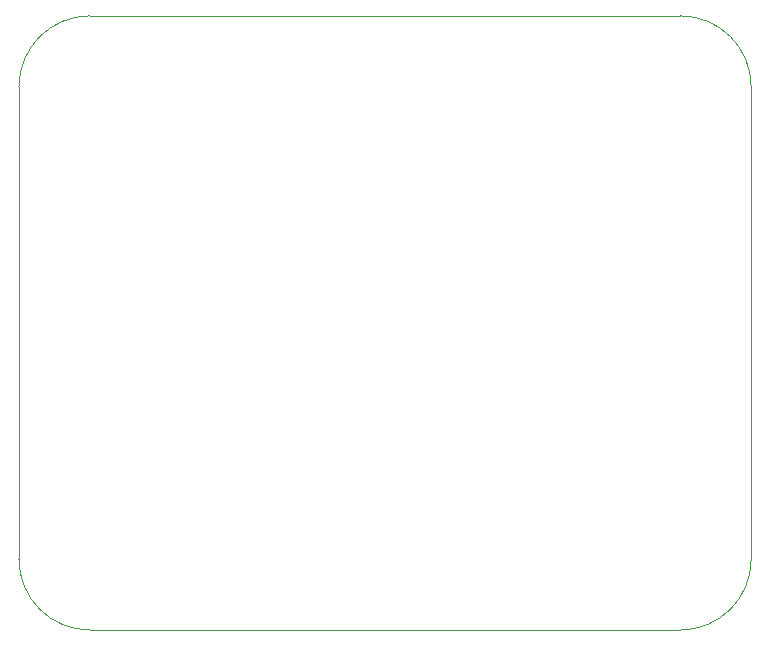
<source format=gbr>
%TF.GenerationSoftware,KiCad,Pcbnew,(6.0.11)*%
%TF.CreationDate,2023-02-16T17:01:17+01:00*%
%TF.ProjectId,uCKicad,75434b69-6361-4642-9e6b-696361645f70,rev?*%
%TF.SameCoordinates,Original*%
%TF.FileFunction,Profile,NP*%
%FSLAX46Y46*%
G04 Gerber Fmt 4.6, Leading zero omitted, Abs format (unit mm)*
G04 Created by KiCad (PCBNEW (6.0.11)) date 2023-02-16 17:01:17*
%MOMM*%
%LPD*%
G01*
G04 APERTURE LIST*
%TA.AperFunction,Profile*%
%ADD10C,0.100000*%
%TD*%
G04 APERTURE END LIST*
D10*
X90000000Y-74000000D02*
X140000000Y-74000000D01*
X140000000Y-126000000D02*
X90000000Y-126000000D01*
X146000000Y-80000000D02*
G75*
G03*
X140000000Y-74000000I-6000000J0D01*
G01*
X146000000Y-80000000D02*
X146000000Y-120000000D01*
X90000000Y-74000000D02*
G75*
G03*
X84000000Y-80000000I0J-6000000D01*
G01*
X140000000Y-126000000D02*
G75*
G03*
X146000000Y-120000000I0J6000000D01*
G01*
X84000000Y-120000000D02*
X84000000Y-80000000D01*
X84000000Y-120000000D02*
G75*
G03*
X90000000Y-126000000I6000000J0D01*
G01*
M02*

</source>
